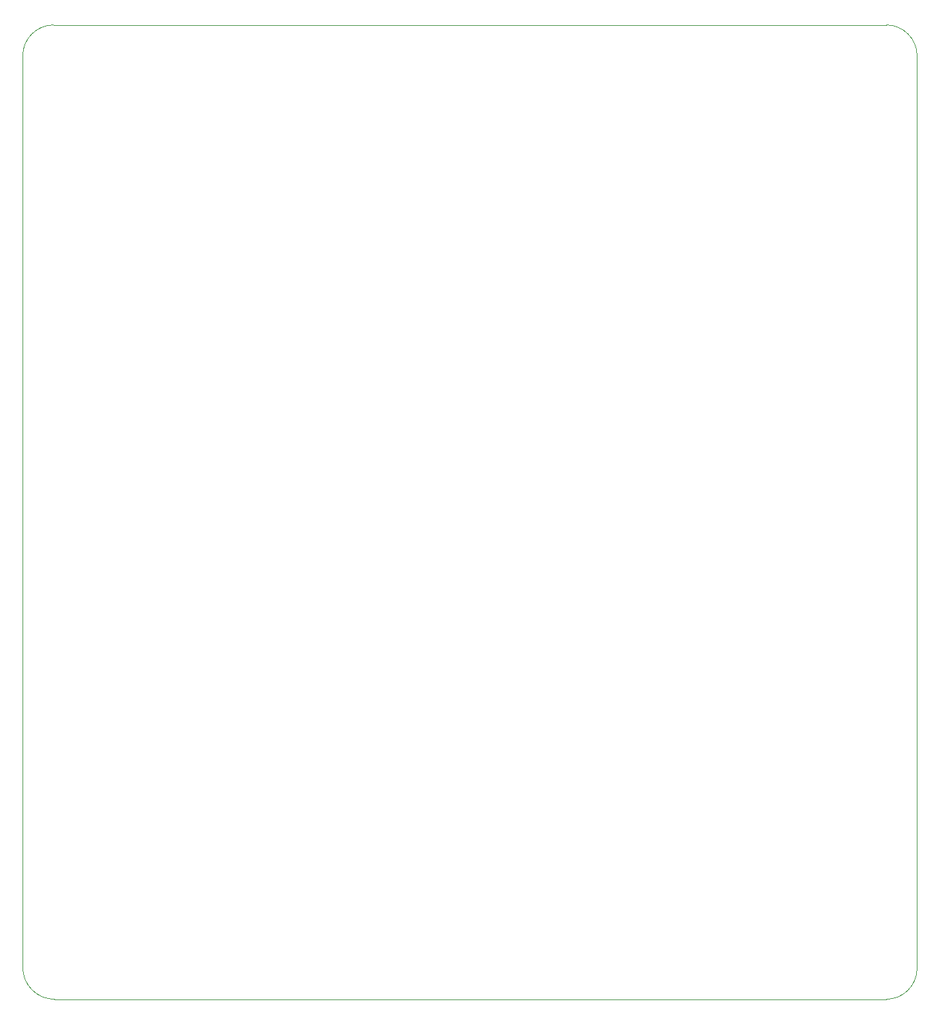
<source format=gbr>
%TF.GenerationSoftware,KiCad,Pcbnew,(5.1.10)-1*%
%TF.CreationDate,2022-03-19T12:48:15-05:00*%
%TF.ProjectId,BMS_2022_Rev1,424d535f-3230-4323-925f-526576312e6b,rev?*%
%TF.SameCoordinates,Original*%
%TF.FileFunction,Profile,NP*%
%FSLAX46Y46*%
G04 Gerber Fmt 4.6, Leading zero omitted, Abs format (unit mm)*
G04 Created by KiCad (PCBNEW (5.1.10)-1) date 2022-03-19 12:48:15*
%MOMM*%
%LPD*%
G01*
G04 APERTURE LIST*
%TA.AperFunction,Profile*%
%ADD10C,0.100000*%
%TD*%
G04 APERTURE END LIST*
D10*
X-6985000Y296418000D02*
X-6985000Y179832000D01*
X-117348000Y300355000D02*
X-10922000Y300355000D01*
X-121285000Y179959000D02*
X-121285000Y296418000D01*
X-121285000Y296418000D02*
G75*
G02*
X-117348000Y300355000I3937000J0D01*
G01*
X-10922000Y300355000D02*
G75*
G02*
X-6985000Y296418000I0J-3937000D01*
G01*
X-117221000Y175895000D02*
G75*
G02*
X-121285000Y179959000I0J4064000D01*
G01*
X-6985000Y179832000D02*
G75*
G02*
X-10922000Y175895000I-3937000J0D01*
G01*
X-117221000Y175895000D02*
X-10922000Y175895000D01*
M02*

</source>
